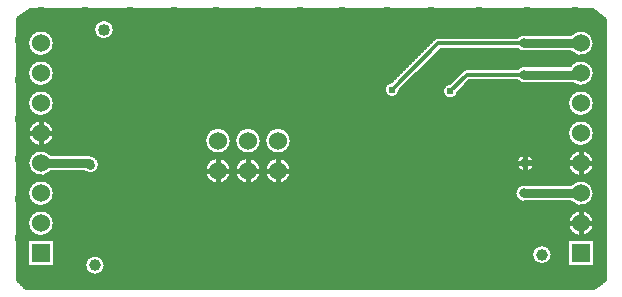
<source format=gbl>
%FSLAX25Y25*%
%MOIN*%
G70*
G01*
G75*
G04 Layer_Physical_Order=2*
G04 Layer_Color=16711680*
%ADD10C,0.00500*%
%ADD11R,0.04500X0.05000*%
%ADD12R,0.03500X0.03200*%
%ADD13R,0.00984X0.02165*%
%ADD14R,0.03200X0.03000*%
%ADD15R,0.03200X0.03500*%
%ADD16C,0.01500*%
%ADD17C,0.02000*%
%ADD18C,0.01000*%
%ADD19R,0.06000X0.06000*%
%ADD20C,0.06000*%
%ADD21C,0.03937*%
%ADD22C,0.04000*%
%ADD23C,0.02400*%
%ADD24C,0.03200*%
%ADD25C,0.01200*%
%ADD26C,0.03000*%
D10*
X294250Y184000D02*
G03*
X286760Y186750I-4250J0D01*
G01*
X286760Y181250D02*
G03*
X294250Y184000I3240J2750D01*
G01*
X287262Y170750D02*
G03*
X294250Y174000I2739J3250D01*
G01*
D02*
G03*
X286395Y176250I-4250J0D01*
G01*
X294250Y164000D02*
G03*
X294250Y164000I-4250J0D01*
G01*
Y154000D02*
G03*
X294250Y154000I-4250J0D01*
G01*
X271748Y186750D02*
G03*
X268832Y185850I-748J-2750D01*
G01*
Y182150D02*
G03*
X271748Y181250I2168J1850D01*
G01*
Y176250D02*
G03*
X268832Y175350I-748J-2750D01*
G01*
Y171650D02*
G03*
X271748Y170750I2168J1850D01*
G01*
X252000Y175350D02*
G03*
X250692Y174808I0J-1850D01*
G01*
X252000Y175350D02*
G03*
X250692Y174808I0J-1850D01*
G01*
X242500Y185850D02*
G03*
X241192Y185308I0J-1850D01*
G01*
X242500Y185850D02*
G03*
X241192Y185308I0J-1850D01*
G01*
X246328Y170444D02*
G03*
X248944Y167828I172J-2444D01*
G01*
X226828Y170944D02*
G03*
X229444Y168328I172J-2444D01*
G01*
X294250Y144000D02*
G03*
X294250Y144000I-4250J0D01*
G01*
X286760Y131250D02*
G03*
X294250Y134000I3240J2750D01*
G01*
D02*
G03*
X286760Y136750I-4250J0D01*
G01*
X294250Y124000D02*
G03*
X294250Y124000I-4250J0D01*
G01*
X280219Y113500D02*
G03*
X280219Y113500I-3218J0D01*
G01*
X274350Y144000D02*
G03*
X274350Y144000I-2850J0D01*
G01*
X271748Y136750D02*
G03*
X271748Y131250I-748J-2750D01*
G01*
X134250Y188500D02*
G03*
X134250Y188500I-3250J0D01*
G01*
X183250Y151500D02*
G03*
X183250Y151500I-4250J0D01*
G01*
X193250D02*
G03*
X193250Y151500I-4250J0D01*
G01*
X173250D02*
G03*
X173250Y151500I-4250J0D01*
G01*
X114250Y184000D02*
G03*
X114250Y184000I-4250J0D01*
G01*
Y174000D02*
G03*
X114250Y174000I-4250J0D01*
G01*
Y154000D02*
G03*
X114250Y154000I-4250J0D01*
G01*
X127912Y145974D02*
G03*
X125997Y146750I-1914J-1974D01*
G01*
X127912Y145974D02*
G03*
X125997Y146750I-1914J-1974D01*
G01*
X114250Y164000D02*
G03*
X114250Y164000I-4250J0D01*
G01*
X193250Y141500D02*
G03*
X193250Y141500I-4250J0D01*
G01*
X183250D02*
G03*
X183250Y141500I-4250J0D01*
G01*
X173250D02*
G03*
X173250Y141500I-4250J0D01*
G01*
X124748Y141250D02*
G03*
X129347Y143500I1749J2250D01*
G01*
D02*
G03*
X127912Y145974I-2850J0D01*
G01*
X113240Y146750D02*
G03*
X113240Y141250I-3240J-2750D01*
G01*
X114250Y134000D02*
G03*
X114250Y134000I-4250J0D01*
G01*
X131219Y110000D02*
G03*
X131219Y110000I-3218J0D01*
G01*
X114250Y124000D02*
G03*
X114250Y124000I-4250J0D01*
G01*
X293750Y186000D02*
X298500D01*
X294000Y195500D02*
X298500Y192000D01*
X294131Y185000D02*
X298500D01*
X293977Y185500D02*
X298500D01*
X292411Y187500D02*
X298500D01*
X291436Y188000D02*
X298500D01*
X293437Y186500D02*
X298500D01*
X293010Y187000D02*
X298500D01*
X294250Y184000D02*
X298500D01*
X294221Y184500D02*
X298500D01*
X293437Y181500D02*
X298500D01*
X293750Y182000D02*
X298500D01*
X292411Y180500D02*
X298500D01*
X293010Y181000D02*
X298500D01*
X291436Y180000D02*
X298500D01*
X293000Y187011D02*
Y195500D01*
X292500Y187437D02*
Y195500D01*
X294000Y185436D02*
Y195500D01*
X293500Y186411D02*
Y195500D01*
X291500Y187977D02*
Y195500D01*
X289500Y188221D02*
Y195500D01*
X292000Y187750D02*
Y195500D01*
X294221Y183500D02*
X298500D01*
X291000Y188131D02*
Y195500D01*
X293977Y182500D02*
X298500D01*
X294131Y183000D02*
X298500D01*
X290500Y188221D02*
Y195500D01*
X290000Y188250D02*
Y195500D01*
X289000Y188131D02*
Y195500D01*
X293977Y175500D02*
X298500D01*
X293750Y176000D02*
X298500D01*
X294221Y174500D02*
X298500D01*
X294131Y175000D02*
X298500D01*
X292411Y177500D02*
X298500D01*
X291436Y178000D02*
X298500D01*
X293437Y176500D02*
X298500D01*
X293010Y177000D02*
X298500D01*
X294221Y173500D02*
X298500D01*
X294250Y174000D02*
X298500D01*
X293977Y172500D02*
X298500D01*
X294131Y173000D02*
X298500D01*
X293437Y171500D02*
X298500D01*
X293750Y172000D02*
X298500D01*
X293010Y171000D02*
X298500D01*
X293000Y177011D02*
Y180990D01*
X292500Y177437D02*
Y180563D01*
X294000Y175436D02*
Y182564D01*
X293500Y176411D02*
Y181589D01*
X291500Y177977D02*
Y180024D01*
X289000Y178131D02*
Y179869D01*
X292000Y177750D02*
Y180250D01*
X293000Y167010D02*
Y170990D01*
X291000Y178131D02*
Y179869D01*
X294000Y165436D02*
Y172564D01*
X293500Y166411D02*
Y171589D01*
X290500Y178220D02*
Y179780D01*
X290000Y178250D02*
Y179750D01*
X289500Y178220D02*
Y179780D01*
X288500Y187977D02*
Y195500D01*
X288000Y187750D02*
Y195500D01*
X287500Y187437D02*
Y195500D01*
X287000Y187010D02*
Y195500D01*
X271748Y186750D02*
X286760D01*
X286000D02*
Y195500D01*
X286500Y186750D02*
Y195500D01*
X242116Y181000D02*
X286990D01*
X271748Y181250D02*
X286760D01*
X241616Y180500D02*
X287589D01*
X240616Y179500D02*
X298500D01*
X241116Y180000D02*
X288564D01*
X240116Y179000D02*
X298500D01*
X281000Y186750D02*
Y195500D01*
X280500Y186750D02*
Y195500D01*
X282000Y186750D02*
Y195500D01*
X281500Y186750D02*
Y195500D01*
X279500Y186750D02*
Y195500D01*
X279000Y186750D02*
Y195500D01*
X280000Y186750D02*
Y195500D01*
X284500Y186750D02*
Y195500D01*
X284000Y186750D02*
Y195500D01*
X285500Y186750D02*
Y195500D01*
X285000Y186750D02*
Y195500D01*
X283000Y186750D02*
Y195500D01*
X282500Y186750D02*
Y195500D01*
X283500Y186750D02*
Y195500D01*
X288500Y177977D02*
Y180024D01*
X288000Y177750D02*
Y180250D01*
X287500Y177437D02*
Y180563D01*
X287000Y177010D02*
Y180990D01*
X239616Y178500D02*
X298500D01*
X286500Y176411D02*
Y181250D01*
X286000Y176250D02*
Y181250D01*
X285500Y176250D02*
Y181250D01*
X239116Y178000D02*
X288564D01*
X271748Y176250D02*
X286395D01*
X238616Y177500D02*
X287589D01*
X238116Y177000D02*
X286990D01*
X237616Y176500D02*
X286563D01*
X280500Y176250D02*
Y181250D01*
X280000Y176250D02*
Y181250D01*
X281500Y176250D02*
Y181250D01*
X281000Y176250D02*
Y181250D01*
X279000Y176250D02*
Y181250D01*
X278500Y176250D02*
Y181250D01*
X279500Y176250D02*
Y181250D01*
X284000Y176250D02*
Y181250D01*
X283500Y176250D02*
Y181250D01*
X285000Y176250D02*
Y181250D01*
X284500Y176250D02*
Y181250D01*
X282500Y176250D02*
Y181250D01*
X282000Y176250D02*
Y181250D01*
X283000Y176250D02*
Y181250D01*
X293437Y166500D02*
X298500D01*
X293010Y167000D02*
X298500D01*
X293977Y165500D02*
X298500D01*
X293750Y166000D02*
X298500D01*
X291436Y170000D02*
X298500D01*
X292411Y170500D02*
X298500D01*
X292411Y167500D02*
X298500D01*
X291436Y168000D02*
X298500D01*
X294221Y164500D02*
X298500D01*
X294131Y165000D02*
X298500D01*
X294221Y163500D02*
X298500D01*
X294250Y164000D02*
X298500D01*
X292411Y160500D02*
X298500D01*
X293010Y161000D02*
X298500D01*
X291436Y158000D02*
X298500D01*
X292500Y167437D02*
Y170563D01*
X292000Y167750D02*
Y170250D01*
X293977Y162500D02*
X298500D01*
X294131Y163000D02*
X298500D01*
X291000Y168131D02*
Y169869D01*
X290500Y168220D02*
Y169780D01*
X291500Y167976D02*
Y170024D01*
X293437Y161500D02*
X298500D01*
X293750Y162000D02*
X298500D01*
X292000Y157750D02*
Y160250D01*
X291500Y157976D02*
Y160023D01*
X291436Y160000D02*
X298500D01*
X290500Y158221D02*
Y159780D01*
X291000Y158131D02*
Y159869D01*
X294131Y155000D02*
X298500D01*
X293977Y155500D02*
X298500D01*
X294250Y154000D02*
X298500D01*
X294221Y154500D02*
X298500D01*
X293010Y157000D02*
X298500D01*
X292411Y157500D02*
X298500D01*
X293750Y156000D02*
X298500D01*
X293437Y156500D02*
X298500D01*
X294131Y153000D02*
X298500D01*
X294221Y153500D02*
X298500D01*
X293750Y152000D02*
X298500D01*
X293977Y152500D02*
X298500D01*
X291436Y148000D02*
X298500D01*
X293437Y151500D02*
X298500D01*
X292411Y147500D02*
X298500D01*
X293500Y156411D02*
Y161589D01*
X293000Y157010D02*
Y160989D01*
X293010Y151000D02*
X298500D01*
X294000Y155436D02*
Y162564D01*
X292500Y147437D02*
Y150563D01*
Y157437D02*
Y160563D01*
X293000Y147011D02*
Y150989D01*
X292411Y150500D02*
X298500D01*
X292000Y147750D02*
Y150250D01*
X293437Y146500D02*
X298500D01*
X293010Y147000D02*
X298500D01*
X291436Y150000D02*
X298500D01*
X291000Y148131D02*
Y149869D01*
X291500Y147977D02*
Y150023D01*
X290000Y168250D02*
Y169750D01*
X289500Y168220D02*
Y169780D01*
X289000Y168131D02*
Y169869D01*
X288500Y167976D02*
Y170024D01*
X250616Y169500D02*
X298500D01*
X251116Y170000D02*
X288564D01*
X250116Y169000D02*
X298500D01*
X288000Y167750D02*
Y170250D01*
X290000Y158250D02*
Y159750D01*
X289500Y158221D02*
Y159780D01*
X289000Y158131D02*
Y159869D01*
X288500Y157976D02*
Y160024D01*
X249616Y168500D02*
X298500D01*
X249116Y168000D02*
X288564D01*
X287500Y167437D02*
Y170563D01*
X287000Y167010D02*
Y170750D01*
X286500Y166411D02*
Y170750D01*
X286000Y165436D02*
Y170750D01*
X251616Y170500D02*
X287589D01*
X271748Y170750D02*
X287262D01*
X248898Y167500D02*
X287589D01*
X288000Y157750D02*
Y160250D01*
X287500Y157437D02*
Y160563D01*
X287000Y157010D02*
Y160990D01*
X286500Y156411D02*
Y161589D01*
X248737Y167000D02*
X286990D01*
X248437Y166500D02*
X286563D01*
X247915Y166000D02*
X286250D01*
X289500Y148221D02*
Y149779D01*
X289000Y148131D02*
Y149869D01*
X288500Y147977D02*
Y150024D01*
X288000Y147750D02*
Y150250D01*
X192976Y150000D02*
X288564D01*
X193131Y150500D02*
X287589D01*
X192437Y149000D02*
X298500D01*
X192750Y149500D02*
X298500D01*
X290500Y148221D02*
Y149779D01*
X290000Y148250D02*
Y149750D01*
X192010Y148500D02*
X298500D01*
X191411Y148000D02*
X288564D01*
X190436Y147500D02*
X287589D01*
X286000Y155436D02*
Y162564D01*
X192437Y154000D02*
X285750D01*
X192976Y153000D02*
X285869D01*
X192750Y153500D02*
X285780D01*
X190436Y155500D02*
X286024D01*
X191411Y155000D02*
X285869D01*
X192010Y154500D02*
X285780D01*
X287500Y147437D02*
Y150563D01*
X193250Y151500D02*
X286563D01*
X287000Y147010D02*
Y150990D01*
X272868Y146500D02*
X286563D01*
X193220Y152000D02*
X286250D01*
X193131Y152500D02*
X286024D01*
X193220Y151000D02*
X286990D01*
X277500Y186750D02*
Y195500D01*
X277000Y186750D02*
Y195500D01*
X278500Y186750D02*
Y195500D01*
X278000Y186750D02*
Y195500D01*
X275500Y186750D02*
Y195500D01*
X275000Y186750D02*
Y195500D01*
X276500Y186750D02*
Y195500D01*
X276000Y186750D02*
Y195500D01*
X273500Y186750D02*
Y195500D01*
X273000Y186750D02*
Y195500D01*
X274500Y186750D02*
Y195500D01*
X274000Y186750D02*
Y195500D01*
X272500Y186750D02*
Y195500D01*
X272000Y186750D02*
Y195500D01*
X267000Y185850D02*
Y195500D01*
X266500Y185850D02*
Y195500D01*
X268000Y185850D02*
Y195500D01*
X267500Y185850D02*
Y195500D01*
X265500Y185850D02*
Y195500D01*
X265000Y185850D02*
Y195500D01*
X266000Y185850D02*
Y195500D01*
X271500Y186806D02*
Y195500D01*
X271000Y186850D02*
Y195500D01*
X270500Y186806D02*
Y195500D01*
X270000Y186669D02*
Y195500D01*
X269500Y186423D02*
Y195500D01*
X269000Y186030D02*
Y195500D01*
X268500Y185850D02*
Y195500D01*
X260000Y185850D02*
Y195500D01*
X259500Y185850D02*
Y195500D01*
X261000Y185850D02*
Y195500D01*
X260500Y185850D02*
Y195500D01*
X258000Y185850D02*
Y195500D01*
X257500Y185850D02*
Y195500D01*
X259000Y185850D02*
Y195500D01*
X258500Y185850D02*
Y195500D01*
X263500Y185850D02*
Y195500D01*
X263000Y185850D02*
Y195500D01*
X264500Y185850D02*
Y195500D01*
X264000Y185850D02*
Y195500D01*
X262000Y185850D02*
Y195500D01*
X261500Y185850D02*
Y195500D01*
X262500Y185850D02*
Y195500D01*
X252500Y185850D02*
Y195500D01*
X252000Y185850D02*
Y195500D01*
X253500Y185850D02*
Y195500D01*
X253000Y185850D02*
Y195500D01*
X251000Y185850D02*
Y195500D01*
X250500Y185850D02*
Y195500D01*
X251500Y185850D02*
Y195500D01*
X256000Y185850D02*
Y195500D01*
X255500Y185850D02*
Y195500D01*
X257000Y185850D02*
Y195500D01*
X256500Y185850D02*
Y195500D01*
X254500Y185850D02*
Y195500D01*
X254000Y185850D02*
Y195500D01*
X255000Y185850D02*
Y195500D01*
X245500Y185850D02*
Y195500D01*
X245000Y185850D02*
Y195500D01*
X246500Y185850D02*
Y195500D01*
X246000Y185850D02*
Y195500D01*
X243500Y185850D02*
Y195500D01*
X243000Y185850D02*
Y195500D01*
X244500Y185850D02*
Y195500D01*
X244000Y185850D02*
Y195500D01*
X249000Y185850D02*
Y195500D01*
X248500Y185850D02*
Y195500D01*
X250000Y185850D02*
Y195500D01*
X249500Y185850D02*
Y195500D01*
X247500Y185850D02*
Y195500D01*
X247000Y185850D02*
Y195500D01*
X248000Y185850D02*
Y195500D01*
X239000Y183116D02*
Y195500D01*
X238500Y182616D02*
Y195500D01*
X238000Y182116D02*
Y195500D01*
X237500Y181616D02*
Y195500D01*
X237000Y181116D02*
Y195500D01*
X236500Y180616D02*
Y195500D01*
X236000Y180116D02*
Y195500D01*
X242500Y185850D02*
Y195500D01*
X242000Y185781D02*
Y195500D01*
X241500Y185556D02*
Y195500D01*
X241000Y185116D02*
Y195500D01*
X240500Y184616D02*
Y195500D01*
X240000Y184116D02*
Y195500D01*
X239500Y183616D02*
Y195500D01*
X232000Y176116D02*
Y195500D01*
X231500Y175616D02*
Y195500D01*
X231000Y175116D02*
Y195500D01*
X230500Y174616D02*
Y195500D01*
X230000Y174116D02*
Y195500D01*
X229500Y173616D02*
Y195500D01*
X229000Y173116D02*
Y195500D01*
X235500Y179616D02*
Y195500D01*
X235000Y179116D02*
Y195500D01*
X234500Y178616D02*
Y195500D01*
X234000Y178116D02*
Y195500D01*
X233500Y177616D02*
Y195500D01*
X233000Y177116D02*
Y195500D01*
X232500Y176616D02*
Y195500D01*
X225000Y169915D02*
Y195500D01*
X192000Y154510D02*
Y195500D01*
X193000Y152936D02*
Y195500D01*
X192500Y153911D02*
Y195500D01*
X191000Y155250D02*
Y195500D01*
X190500Y155476D02*
Y195500D01*
X191500Y154937D02*
Y195500D01*
X228500Y172616D02*
Y195500D01*
X228000Y172116D02*
Y195500D01*
X227500Y171616D02*
Y195500D01*
X227000Y171116D02*
Y195500D01*
X226500Y170898D02*
Y195500D01*
X226000Y170737D02*
Y195500D01*
X225500Y170437D02*
Y195500D01*
X277000Y176250D02*
Y181250D01*
X276500Y176250D02*
Y181250D01*
X278000Y176250D02*
Y181250D01*
X277500Y176250D02*
Y181250D01*
X275000Y176250D02*
Y181250D01*
X276000Y176250D02*
Y181250D01*
X275500Y176250D02*
Y181250D01*
X273500Y176250D02*
Y181250D01*
X273000Y176250D02*
Y181250D01*
X274500Y176250D02*
Y181250D01*
X274000Y176250D02*
Y181250D01*
X272500Y176250D02*
Y181250D01*
X272000Y176250D02*
Y181250D01*
X267500Y175350D02*
Y182150D01*
X267000Y175350D02*
Y182150D01*
X268500Y175350D02*
Y182150D01*
X268000Y175350D02*
Y182150D01*
X258000Y175350D02*
Y182150D01*
X257500Y175350D02*
Y182150D01*
X266500Y175350D02*
Y182150D01*
X271500Y176306D02*
Y181194D01*
X271000Y176350D02*
Y181150D01*
X270500Y176306D02*
Y181194D01*
X270000Y176169D02*
Y181331D01*
X269500Y175923D02*
Y181577D01*
X269000Y175530D02*
Y181970D01*
X258500Y175350D02*
Y182150D01*
X265000Y175350D02*
Y182150D01*
X264500Y175350D02*
Y182150D01*
X266000Y175350D02*
Y182150D01*
X265500Y175350D02*
Y182150D01*
X263000Y175350D02*
Y182150D01*
X262500Y175350D02*
Y182150D01*
X264000Y175350D02*
Y182150D01*
X263500Y175350D02*
Y182150D01*
X272000Y146806D02*
Y170750D01*
X271500Y146850D02*
Y170694D01*
X272500Y146669D02*
Y170750D01*
X271000Y146806D02*
Y170650D01*
X270500Y146669D02*
Y170694D01*
X270000Y146423D02*
Y170831D01*
X256000Y175350D02*
Y182150D01*
X255500Y175350D02*
Y182150D01*
X257000Y175350D02*
Y182150D01*
X256500Y175350D02*
Y182150D01*
X254500Y175350D02*
Y182150D01*
X254000Y175350D02*
Y182150D01*
X255000Y175350D02*
Y182150D01*
X261000Y175350D02*
Y182150D01*
X260500Y175350D02*
Y182150D01*
X262000Y175350D02*
Y182150D01*
X261500Y175350D02*
Y182150D01*
X259500Y175350D02*
Y182150D01*
X259000Y175350D02*
Y182150D01*
X260000Y175350D02*
Y182150D01*
X252500Y175350D02*
Y182150D01*
X252000Y175350D02*
Y182150D01*
X253500Y175350D02*
Y182150D01*
X253000Y175350D02*
Y182150D01*
X243266D02*
X268832D01*
X242500Y185850D02*
X268832D01*
X251500Y175281D02*
Y182150D01*
X251000Y175056D02*
Y182150D01*
X243116Y182000D02*
X268970D01*
X252000Y175350D02*
X268832D01*
X237116Y176000D02*
X269632D01*
X242616Y181500D02*
X269632D01*
X236616Y175500D02*
X268970D01*
X250500Y174616D02*
Y182150D01*
X250000Y174116D02*
Y182150D01*
X249500Y173616D02*
Y182150D01*
X249000Y173116D02*
Y182150D01*
X248000Y172116D02*
Y182150D01*
X236116Y175000D02*
X250917D01*
X235616Y174500D02*
X250384D01*
X235116Y174000D02*
X249884D01*
X248500Y172616D02*
Y182150D01*
X234616Y173500D02*
X249384D01*
X234116Y173000D02*
X248884D01*
X233616Y172500D02*
X248384D01*
X247500Y171616D02*
Y182150D01*
X247000Y171116D02*
Y182150D01*
X248944Y167828D02*
X252766Y171650D01*
X246500Y170616D02*
Y182150D01*
X246328Y170444D02*
X250692Y174808D01*
X233116Y172000D02*
X247884D01*
X246000Y170398D02*
Y182150D01*
X252616Y171500D02*
X268970D01*
X252766Y171650D02*
X268832D01*
X252116Y171000D02*
X269632D01*
X232616Y171500D02*
X247384D01*
X232116Y171000D02*
X246884D01*
X231616Y170500D02*
X246384D01*
X245500Y170237D02*
Y182150D01*
X231116Y170000D02*
X245085D01*
X245000Y169937D02*
Y182150D01*
X244500Y169415D02*
Y182150D01*
X229444Y168328D02*
X243266Y182150D01*
X226828Y170944D02*
X241192Y185308D01*
X230616Y169500D02*
X244563D01*
X230116Y169000D02*
X244263D01*
X229616Y168500D02*
X244102D01*
X229398Y168000D02*
X244050D01*
X228937Y167000D02*
X244263D01*
X229237Y167500D02*
X244102D01*
X228415Y166500D02*
X244563D01*
X294221Y144500D02*
X298500D01*
X294131Y145000D02*
X298500D01*
X294221Y143500D02*
X298500D01*
X294250Y144000D02*
X298500D01*
X293977Y145500D02*
X298500D01*
X293750Y146000D02*
X298500D01*
X293977Y142500D02*
X298500D01*
X294131Y143000D02*
X298500D01*
X293437Y141500D02*
X298500D01*
X293750Y142000D02*
X298500D01*
X292411Y137500D02*
X298500D01*
X293010Y141000D02*
X298500D01*
X291436Y140000D02*
X298500D01*
X292411Y140500D02*
X298500D01*
X291436Y138000D02*
X298500D01*
X294000Y145436D02*
Y152564D01*
X293500Y146411D02*
Y151589D01*
X292000Y137750D02*
Y140250D01*
X288000Y137750D02*
Y140250D01*
X290500Y138221D02*
Y139779D01*
X290000Y138250D02*
Y139750D01*
X291500Y137977D02*
Y140024D01*
X291000Y138131D02*
Y139869D01*
X289500Y138221D02*
Y139779D01*
X289000Y138131D02*
Y139869D01*
X288500Y137977D02*
Y140024D01*
X298500Y105000D02*
Y192000D01*
X294131Y135000D02*
X298500D01*
X298000Y104625D02*
Y192389D01*
X297500Y104250D02*
Y192778D01*
X293437Y136500D02*
X298500D01*
X293010Y137000D02*
X298500D01*
X293977Y135500D02*
X298500D01*
X293750Y136000D02*
X298500D01*
X294250Y134000D02*
X298500D01*
X294221Y134500D02*
X298500D01*
X294131Y133000D02*
X298500D01*
X294221Y133500D02*
X298500D01*
X293750Y132000D02*
X298500D01*
X293977Y132500D02*
X298500D01*
X293437Y131500D02*
X298500D01*
X297000Y103875D02*
Y193167D01*
X296500Y103500D02*
Y193556D01*
X296000Y103125D02*
Y193944D01*
X295500Y102750D02*
Y194333D01*
X295000Y102375D02*
Y194722D01*
X294000Y135436D02*
Y142564D01*
X294500Y102000D02*
Y195111D01*
X293500Y136411D02*
Y141589D01*
X293000Y137011D02*
Y140989D01*
X294000Y125436D02*
Y132564D01*
X293500Y126411D02*
Y131589D01*
X292500Y137437D02*
Y140563D01*
X287500Y137437D02*
Y140563D01*
X287000Y137010D02*
Y140990D01*
X286500Y146411D02*
Y151589D01*
Y136750D02*
Y141589D01*
X273530Y142000D02*
X286250D01*
X273530Y146000D02*
X286250D01*
X193220Y141000D02*
X286990D01*
X272868Y141500D02*
X286563D01*
X192976Y140000D02*
X288564D01*
X193131Y140500D02*
X287589D01*
X192437Y139000D02*
X298500D01*
X192750Y139500D02*
X298500D01*
X192010Y138500D02*
X298500D01*
X191411Y138000D02*
X288564D01*
X190436Y137500D02*
X287589D01*
X286000Y145436D02*
Y152564D01*
X284000Y136750D02*
Y170750D01*
X283500Y136750D02*
Y170750D01*
X283000Y136750D02*
Y170750D01*
X273923Y145500D02*
X286024D01*
X282000Y136750D02*
Y170750D01*
X282500Y136750D02*
Y170750D01*
X274306Y144500D02*
X285780D01*
X274350Y144000D02*
X285750D01*
X286000Y136750D02*
Y142564D01*
X274306Y143500D02*
X285780D01*
X274169Y143000D02*
X285869D01*
X274169Y145000D02*
X285869D01*
X273923Y142500D02*
X286024D01*
X286500Y126411D02*
Y131250D01*
X286000Y125436D02*
Y131250D01*
X271748Y136750D02*
X286760D01*
X284500D02*
Y170750D01*
X285500Y136750D02*
Y170750D01*
X285000Y136750D02*
Y170750D01*
X284500Y102000D02*
Y131250D01*
X284000Y102000D02*
Y131250D01*
X285500Y102000D02*
Y131250D01*
X285000Y102000D02*
Y131250D01*
X271748D02*
X286760D01*
X283000Y102000D02*
Y131250D01*
X283500Y102000D02*
Y131250D01*
X280500Y136750D02*
Y170750D01*
X280000Y136750D02*
Y170750D01*
X281500Y136750D02*
Y170750D01*
X281000Y136750D02*
Y170750D01*
X279000Y136750D02*
Y170750D01*
X278500Y136750D02*
Y170750D01*
X279500Y136750D02*
Y170750D01*
X280000Y114666D02*
Y131250D01*
X279500Y115527D02*
Y131250D01*
X282000Y102000D02*
Y131250D01*
X281500Y102000D02*
Y131250D01*
X278500Y116348D02*
Y131250D01*
X278000Y116559D02*
Y131250D01*
X279000Y116022D02*
Y131250D01*
X293010Y127000D02*
X298500D01*
X293010Y131000D02*
X298500D01*
X293750Y126000D02*
X298500D01*
X293437Y126500D02*
X298500D01*
X291436Y130000D02*
X298500D01*
X292411Y130500D02*
X298500D01*
X292411Y127500D02*
X298500D01*
X291436Y128000D02*
X298500D01*
X294131Y125000D02*
X298500D01*
X293977Y125500D02*
X298500D01*
X294250Y124000D02*
X298500D01*
X294221Y124500D02*
X298500D01*
X293010Y121000D02*
X298500D01*
X293437Y121500D02*
X298500D01*
X291436Y120000D02*
X298500D01*
X293000Y127011D02*
Y130990D01*
X292500Y127437D02*
Y130563D01*
X294131Y123000D02*
X298500D01*
X294221Y123500D02*
X298500D01*
X291500Y127977D02*
Y130024D01*
X291000Y128131D02*
Y129869D01*
X292000Y127750D02*
Y130250D01*
X293750Y122000D02*
X298500D01*
X293977Y122500D02*
X298500D01*
X294000Y118250D02*
Y122564D01*
X292500Y118250D02*
Y120563D01*
X292411Y120500D02*
X298500D01*
X292000Y118250D02*
Y120250D01*
X291000Y118250D02*
Y119869D01*
X294250Y115500D02*
X298500D01*
X294250Y116000D02*
X298500D01*
X294250Y114500D02*
X298500D01*
X294250Y115000D02*
X298500D01*
X294250Y117500D02*
X298500D01*
X294250Y118000D02*
X298500D01*
X294250Y116500D02*
X298500D01*
X294250Y117000D02*
X298500D01*
X294250Y112000D02*
X298500D01*
X294250Y112500D02*
X298500D01*
X294500Y102000D02*
X298500Y105000D01*
X294250Y110000D02*
X298500D01*
X294250Y113500D02*
X298500D01*
X294250Y114000D02*
X298500D01*
X294250Y113000D02*
X298500D01*
X294250Y111000D02*
X298500D01*
X294250Y111500D02*
X298500D01*
X294250Y110500D02*
X298500D01*
X294250Y109750D02*
Y118250D01*
X293000D02*
Y120990D01*
X291500Y118250D02*
Y120024D01*
X293500Y118250D02*
Y121589D01*
X293000Y102000D02*
Y109750D01*
X292500Y102000D02*
Y109750D01*
X294000Y102000D02*
Y109750D01*
X293500Y102000D02*
Y109750D01*
X291500Y102000D02*
Y109750D01*
X291000Y102000D02*
Y109750D01*
X292000Y102000D02*
Y109750D01*
X290500Y128220D02*
Y129780D01*
X290000Y128250D02*
Y129750D01*
X289500Y128220D02*
Y129780D01*
X289000Y128131D02*
Y129869D01*
X288500Y127977D02*
Y130024D01*
X290500Y118250D02*
Y119780D01*
X290000Y118250D02*
Y119750D01*
X289500Y118250D02*
Y119780D01*
X285750Y118250D02*
X294250D01*
X289000D02*
Y119869D01*
X288000Y127750D02*
Y130250D01*
X287500Y127437D02*
Y130563D01*
Y118250D02*
Y120563D01*
X287000Y127010D02*
Y130990D01*
X286500Y118250D02*
Y121589D01*
X286000Y118250D02*
Y122564D01*
X287000Y118250D02*
Y120990D01*
X288500Y118250D02*
Y120024D01*
X288000Y118250D02*
Y120250D01*
X280059Y114500D02*
X285750D01*
X279848Y115000D02*
X285750D01*
X279027Y116000D02*
X285750D01*
X278166Y116500D02*
X285750D01*
X279522Y115500D02*
X285750D01*
X289000Y102000D02*
Y109750D01*
X285750D02*
Y118250D01*
X290000Y102000D02*
Y109750D01*
X289500Y102000D02*
Y109750D01*
X279522Y111500D02*
X285750D01*
X279848Y112000D02*
X285750D01*
Y109750D02*
X294250D01*
X288000Y102000D02*
Y109750D01*
X287500Y102000D02*
Y109750D01*
X290500Y102000D02*
Y109750D01*
X288500Y102000D02*
Y109750D01*
X286500Y102000D02*
Y109750D01*
X286000Y102000D02*
Y109750D01*
X287000Y102000D02*
Y109750D01*
X280219Y113500D02*
X285750D01*
X280500Y102000D02*
Y131250D01*
X282500Y102000D02*
Y131250D01*
X281000Y102000D02*
Y131250D01*
X280179Y113000D02*
X285750D01*
X280179Y114000D02*
X285750D01*
X279027Y111000D02*
X285750D01*
X280059Y112500D02*
X285750D01*
X280000Y102000D02*
Y112334D01*
X279500Y102000D02*
Y111473D01*
X278166Y110500D02*
X285750D01*
X278500Y102000D02*
Y110652D01*
X279000Y102000D02*
Y110978D01*
X262500Y102000D02*
Y171650D01*
X262000Y102000D02*
Y171650D01*
X264500Y102000D02*
Y171650D01*
X264000Y102000D02*
Y171650D01*
X260500Y102000D02*
Y171650D01*
X260000Y102000D02*
Y171650D01*
X261500Y102000D02*
Y171650D01*
X261000Y102000D02*
Y171650D01*
X268500Y135368D02*
Y171650D01*
X268000Y102000D02*
Y171650D01*
X267500Y102000D02*
Y171650D01*
X267000Y102000D02*
Y171650D01*
X266000Y102000D02*
Y171650D01*
X265500Y102000D02*
Y171650D01*
X266500Y102000D02*
Y171650D01*
X255000Y102000D02*
Y171650D01*
X254500Y102000D02*
Y171650D01*
X256000Y102000D02*
Y171650D01*
X255500Y102000D02*
Y171650D01*
X253500Y102000D02*
Y171650D01*
X253000Y102000D02*
Y171650D01*
X254000Y102000D02*
Y171650D01*
X258500Y102000D02*
Y171650D01*
X258000Y102000D02*
Y171650D01*
X259500Y102000D02*
Y171650D01*
X259000Y102000D02*
Y171650D01*
X257000Y102000D02*
Y171650D01*
X256500Y102000D02*
Y171650D01*
X257500Y102000D02*
Y171650D01*
X243000Y102000D02*
Y181884D01*
X242500Y102000D02*
Y181384D01*
X244000Y102000D02*
Y182150D01*
X243500Y102000D02*
Y182150D01*
X241000Y102000D02*
Y179884D01*
X240500Y102000D02*
Y179384D01*
X242000Y102000D02*
Y180884D01*
X241500Y102000D02*
Y180384D01*
X239000Y102000D02*
Y177884D01*
X238500Y102000D02*
Y177384D01*
X240000Y102000D02*
Y178884D01*
X239500Y102000D02*
Y178384D01*
X237500Y102000D02*
Y176384D01*
X237000Y102000D02*
Y175884D01*
X238000Y102000D02*
Y176884D01*
X224000Y102000D02*
Y195500D01*
X223500Y102000D02*
Y195500D01*
X236500Y102000D02*
Y175384D01*
X224500Y102000D02*
Y195500D01*
X222500Y102000D02*
Y195500D01*
X222000Y102000D02*
Y195500D01*
X223000Y102000D02*
Y195500D01*
X235000Y102000D02*
Y173884D01*
X234500Y102000D02*
Y173384D01*
X236000Y102000D02*
Y174884D01*
X235500Y102000D02*
Y174384D01*
X233500Y102000D02*
Y172384D01*
X233000Y102000D02*
Y171884D01*
X234000Y102000D02*
Y172884D01*
X203000Y102000D02*
Y195500D01*
X202500Y102000D02*
Y195500D01*
X204000Y102000D02*
Y195500D01*
X203500Y102000D02*
Y195500D01*
X201000Y102000D02*
Y195500D01*
X200500Y102000D02*
Y195500D01*
X202000Y102000D02*
Y195500D01*
X201500Y102000D02*
Y195500D01*
X206500Y102000D02*
Y195500D01*
X206000Y102000D02*
Y195500D01*
X207500Y102000D02*
Y195500D01*
X207000Y102000D02*
Y195500D01*
X205000Y102000D02*
Y195500D01*
X204500Y102000D02*
Y195500D01*
X205500Y102000D02*
Y195500D01*
X195500Y102000D02*
Y195500D01*
X195000Y102000D02*
Y195500D01*
X196500Y102000D02*
Y195500D01*
X196000Y102000D02*
Y195500D01*
X194000Y102000D02*
Y195500D01*
X193500Y102000D02*
Y195500D01*
X194500Y102000D02*
Y195500D01*
X199000Y102000D02*
Y195500D01*
X198500Y102000D02*
Y195500D01*
X200000Y102000D02*
Y195500D01*
X199500Y102000D02*
Y195500D01*
X197500Y102000D02*
Y195500D01*
X197000Y102000D02*
Y195500D01*
X198000Y102000D02*
Y195500D01*
X217000Y102000D02*
Y195500D01*
X216500Y102000D02*
Y195500D01*
X218000Y102000D02*
Y195500D01*
X217500Y102000D02*
Y195500D01*
X215500Y102000D02*
Y195500D01*
X215000Y102000D02*
Y195500D01*
X216000Y102000D02*
Y195500D01*
X220500Y102000D02*
Y195500D01*
X220000Y102000D02*
Y195500D01*
X221500Y102000D02*
Y195500D01*
X221000Y102000D02*
Y195500D01*
X219000Y102000D02*
Y195500D01*
X218500Y102000D02*
Y195500D01*
X219500Y102000D02*
Y195500D01*
X210000Y102000D02*
Y195500D01*
X209500Y102000D02*
Y195500D01*
X211000Y102000D02*
Y195500D01*
X210500Y102000D02*
Y195500D01*
X208500Y102000D02*
Y195500D01*
X208000Y102000D02*
Y195500D01*
X209000Y102000D02*
Y195500D01*
X213500Y102000D02*
Y195500D01*
X213000Y102000D02*
Y195500D01*
X214500Y102000D02*
Y195500D01*
X214000Y102000D02*
Y195500D01*
X212000Y102000D02*
Y195500D01*
X211500Y102000D02*
Y195500D01*
X212500Y102000D02*
Y195500D01*
X276500Y136750D02*
Y170750D01*
X276000Y136750D02*
Y170750D01*
X278000Y136750D02*
Y170750D01*
X277000Y136750D02*
Y170750D01*
X274500Y136750D02*
Y170750D01*
X273500Y146030D02*
Y170750D01*
X275500Y136750D02*
Y170750D01*
X275000Y136750D02*
Y170750D01*
X277500Y136750D02*
Y170750D01*
X274000Y145368D02*
Y170750D01*
Y136750D02*
Y142632D01*
X273500Y136750D02*
Y141970D01*
X273000Y146423D02*
Y170750D01*
X269500Y146030D02*
Y171077D01*
Y136423D02*
Y141970D01*
X269000Y145368D02*
Y171470D01*
Y136030D02*
Y142632D01*
X272000Y136750D02*
Y141194D01*
X271500Y136806D02*
Y141150D01*
X273000Y136750D02*
Y141577D01*
X272500Y136750D02*
Y141331D01*
X271000Y136850D02*
Y141194D01*
X270500Y136806D02*
Y141331D01*
X270000Y136669D02*
Y141577D01*
X277500Y116679D02*
Y131250D01*
X277000Y116718D02*
Y131250D01*
X276500Y116679D02*
Y131250D01*
X276000Y116559D02*
Y131250D01*
X275500Y116348D02*
Y131250D01*
X275000Y116022D02*
Y131250D01*
X274500Y102000D02*
Y111473D01*
Y115527D02*
Y131250D01*
X277000Y102000D02*
Y110282D01*
X276500Y102000D02*
Y110321D01*
X278000Y102000D02*
Y110441D01*
X277500Y102000D02*
Y110321D01*
X275500Y102000D02*
Y110652D01*
X275000Y102000D02*
Y110978D01*
X276000Y102000D02*
Y110441D01*
X270000Y102000D02*
Y131331D01*
X269500Y102000D02*
Y131577D01*
X273000Y102000D02*
Y131250D01*
X272500Y102000D02*
Y131250D01*
X268500Y102000D02*
Y132632D01*
X269000Y102000D02*
Y131970D01*
X274000Y102000D02*
Y112334D01*
Y114666D02*
Y131250D01*
X273500Y102000D02*
Y131250D01*
X272000Y102000D02*
Y131250D01*
X271000Y102000D02*
Y131150D01*
X270500Y102000D02*
Y131194D01*
X271500Y102000D02*
Y131194D01*
X251500Y102000D02*
Y170384D01*
X249000Y102000D02*
Y167884D01*
X263500Y102000D02*
Y171650D01*
X263000Y102000D02*
Y171650D01*
X190436Y145500D02*
X269077D01*
X191411Y145000D02*
X268831D01*
X248500Y102000D02*
Y166585D01*
X248000Y102000D02*
Y166063D01*
X193131Y142500D02*
X269077D01*
X192976Y143000D02*
X268831D01*
X193250Y141500D02*
X270132D01*
X193220Y142000D02*
X269470D01*
X192010Y144500D02*
X268694D01*
X192437Y144000D02*
X268650D01*
X192750Y143500D02*
X268694D01*
X246000Y102000D02*
Y165602D01*
X245500Y102000D02*
Y165763D01*
X247500Y102000D02*
Y165763D01*
X247000Y102000D02*
Y165602D01*
X244500Y102000D02*
Y166585D01*
X232500Y102000D02*
Y171384D01*
X245000Y102000D02*
Y166063D01*
X192500Y143911D02*
Y149089D01*
X192000Y144510D02*
Y148490D01*
X246500Y102000D02*
Y165550D01*
X193000Y142936D02*
Y150064D01*
X191000Y145250D02*
Y147750D01*
X190500Y145476D02*
Y147523D01*
X191500Y144937D02*
Y148063D01*
X252000Y102000D02*
Y170884D01*
X251000Y102000D02*
Y169884D01*
X265000Y102000D02*
Y171650D01*
X252500Y102000D02*
Y171384D01*
X231500Y102000D02*
Y170384D01*
X231000Y102000D02*
Y169884D01*
X232000Y102000D02*
Y170884D01*
X249500Y102000D02*
Y168384D01*
X230500Y102000D02*
Y169384D01*
X250500Y102000D02*
Y169384D01*
X250000Y102000D02*
Y168884D01*
X229500Y102000D02*
Y168384D01*
X229000Y102000D02*
Y167085D01*
X230000Y102000D02*
Y168884D01*
X227500Y102000D02*
Y166102D01*
X226500Y102000D02*
Y166102D01*
X228500Y102000D02*
Y166563D01*
X228000Y102000D02*
Y166263D01*
X225500Y102000D02*
Y166563D01*
X225000Y102000D02*
Y167085D01*
X226000Y102000D02*
Y166263D01*
X192500Y102000D02*
Y139089D01*
X192000Y102000D02*
Y138490D01*
X227000Y102000D02*
Y166050D01*
X193000Y102000D02*
Y140064D01*
X191000Y102000D02*
Y137750D01*
X190500Y102000D02*
Y137523D01*
X191500Y102000D02*
Y138063D01*
X134211Y189000D02*
X298500D01*
X134092Y189500D02*
X298500D01*
X190000Y155631D02*
Y195500D01*
X189500Y155720D02*
Y195500D01*
X133077Y191000D02*
X298500D01*
X132250Y191500D02*
X298500D01*
X133883Y190000D02*
X298500D01*
X133562Y190500D02*
X298500D01*
X134250Y188500D02*
X298500D01*
X134211Y188000D02*
X288564D01*
X134092Y187500D02*
X287589D01*
X133883Y187000D02*
X286990D01*
X133562Y186500D02*
X269632D01*
X133077Y186000D02*
X268970D01*
X132250Y185500D02*
X241417D01*
X178500Y155720D02*
Y195500D01*
X169500Y155720D02*
Y195500D01*
X178000Y155631D02*
Y195500D01*
X170000Y155631D02*
Y195500D01*
X169000Y155750D02*
Y195500D01*
X168500Y155720D02*
Y195500D01*
X168000Y155631D02*
Y195500D01*
X189000Y155750D02*
Y195500D01*
X188500Y155720D02*
Y195500D01*
X188000Y155631D02*
Y195500D01*
X180500Y155476D02*
Y195500D01*
X179500Y155720D02*
Y195500D01*
X179000Y155750D02*
Y195500D01*
X180000Y155631D02*
Y195500D01*
X181500Y154937D02*
Y195500D01*
X181000Y155250D02*
Y195500D01*
X182500Y153911D02*
Y195500D01*
X182000Y154510D02*
Y195500D01*
X177500Y155476D02*
Y195500D01*
X177000Y155250D02*
Y195500D01*
X176500Y154937D02*
Y195500D01*
X176000Y154510D02*
Y195500D01*
X187500Y155476D02*
Y195500D01*
X187000Y155250D02*
Y195500D01*
X186500Y154937D02*
Y195500D01*
X186000Y154510D02*
Y195500D01*
X185500Y153911D02*
Y195500D01*
X185000Y152936D02*
Y195500D01*
X183000Y152936D02*
Y195500D01*
X170500Y155476D02*
Y195500D01*
X167500Y155476D02*
Y195500D01*
X167000Y155250D02*
Y195500D01*
X166500Y154937D02*
Y195500D01*
X166000Y154510D02*
Y195500D01*
X165500Y153911D02*
Y195500D01*
X165000Y152936D02*
Y195500D01*
X175500Y153911D02*
Y195500D01*
X172500Y153911D02*
Y195500D01*
X175000Y152936D02*
Y195500D01*
X173000Y152936D02*
Y195500D01*
X171500Y154937D02*
Y195500D01*
X171000Y155250D02*
Y195500D01*
X172000Y154510D02*
Y195500D01*
X105750Y195000D02*
X294643D01*
X106500Y195500D02*
X294000D01*
X104250Y194000D02*
X295929D01*
X105000Y194500D02*
X295286D01*
X102750Y193000D02*
X297214D01*
X103500Y193500D02*
X296571D01*
X102000Y192000D02*
X298500D01*
X102000Y192500D02*
X297857D01*
X114131Y185000D02*
X240884D01*
X114220Y184500D02*
X240384D01*
X114250Y184000D02*
X239884D01*
X114220Y183500D02*
X239384D01*
X114131Y183000D02*
X238884D01*
X113977Y182500D02*
X238384D01*
X113750Y182000D02*
X237884D01*
X113437Y181500D02*
X237384D01*
X113010Y181000D02*
X236884D01*
X112411Y180500D02*
X236384D01*
X111436Y180000D02*
X235884D01*
X102000Y179500D02*
X235384D01*
X102000Y179000D02*
X234884D01*
X113010Y177000D02*
X232884D01*
X113437Y176500D02*
X232384D01*
X113750Y176000D02*
X231884D01*
X113977Y175500D02*
X231384D01*
X102000Y178500D02*
X234384D01*
X111436Y178000D02*
X233884D01*
X112411Y177500D02*
X233384D01*
X114220Y174500D02*
X230384D01*
X114250Y174000D02*
X229884D01*
X114220Y164500D02*
X285780D01*
X114220Y173500D02*
X229384D01*
X113750Y166000D02*
X245085D01*
X114131Y175000D02*
X230884D01*
X113977Y165500D02*
X286024D01*
X114131Y165000D02*
X285869D01*
X114220Y163500D02*
X285780D01*
X114250Y164000D02*
X285750D01*
X113977Y162500D02*
X286024D01*
X114131Y163000D02*
X285869D01*
X113437Y161500D02*
X286563D01*
X113750Y162000D02*
X286250D01*
X113010Y161000D02*
X286990D01*
X114131Y173000D02*
X228884D01*
X113977Y172500D02*
X228384D01*
X113750Y172000D02*
X227884D01*
X113437Y171500D02*
X227384D01*
X113010Y171000D02*
X226884D01*
X112411Y170500D02*
X225585D01*
X111436Y170000D02*
X225063D01*
X112411Y167500D02*
X224763D01*
X111436Y168000D02*
X224602D01*
X113437Y166500D02*
X225585D01*
X113010Y167000D02*
X225063D01*
X102000Y169500D02*
X224763D01*
X102000Y169000D02*
X224602D01*
X102000Y168500D02*
X224550D01*
X182750Y153500D02*
X185250D01*
X182976Y153000D02*
X185023D01*
X183131Y152500D02*
X184869D01*
X183221Y152000D02*
X184780D01*
X180436Y155500D02*
X187564D01*
X181411Y155000D02*
X186589D01*
X182010Y154500D02*
X185990D01*
X182437Y154000D02*
X185563D01*
X182976Y150000D02*
X185023D01*
X183131Y150500D02*
X184869D01*
X182437Y149000D02*
X185563D01*
X182750Y149500D02*
X185250D01*
X181411Y148000D02*
X186589D01*
X182010Y148500D02*
X185990D01*
X180436Y147500D02*
X187564D01*
X173131Y152500D02*
X174869D01*
X173221Y152000D02*
X174779D01*
X183250Y151500D02*
X184750D01*
X172437Y154000D02*
X175563D01*
X172750Y153500D02*
X175250D01*
X172977Y153000D02*
X175023D01*
X183221Y151000D02*
X184780D01*
X173250Y151500D02*
X174750D01*
X173131Y150500D02*
X174869D01*
X173221Y151000D02*
X174779D01*
X172750Y149500D02*
X175250D01*
X172977Y150000D02*
X175023D01*
X172437Y149000D02*
X175563D01*
X190000Y145631D02*
Y147369D01*
X188000Y145631D02*
Y147369D01*
X187500Y145476D02*
Y147523D01*
X187000Y145250D02*
Y147750D01*
X186500Y144937D02*
Y148063D01*
X186000Y144510D02*
Y148490D01*
X182000Y144510D02*
Y148490D01*
X189500Y145721D02*
Y147280D01*
X189000Y145750D02*
Y147250D01*
X188500Y145721D02*
Y147280D01*
X182437Y144000D02*
X185563D01*
X180436Y145500D02*
X187564D01*
X181411Y145000D02*
X186589D01*
X182010Y144500D02*
X185990D01*
X181000Y145250D02*
Y147750D01*
X180500Y145476D02*
Y147523D01*
X181500Y144937D02*
Y148063D01*
X177000Y145250D02*
Y147750D01*
X176500Y144937D02*
Y148063D01*
X176000Y144510D02*
Y148490D01*
X175500Y143911D02*
Y149089D01*
X179500Y145721D02*
Y147280D01*
X179000Y145750D02*
Y147250D01*
X180000Y145631D02*
Y147369D01*
X178500Y145721D02*
Y147280D01*
X178000Y145631D02*
Y147369D01*
X177500Y145476D02*
Y147523D01*
X172437Y144000D02*
X175563D01*
X111436Y158000D02*
X288564D01*
X112411Y160500D02*
X287589D01*
X112411Y157500D02*
X287589D01*
X113010Y157000D02*
X286990D01*
X102000Y159500D02*
X298500D01*
X111436Y160000D02*
X288564D01*
X102000Y158500D02*
X298500D01*
X102000Y159000D02*
X298500D01*
X170436Y155500D02*
X177564D01*
X171411Y155000D02*
X176589D01*
X172010Y148500D02*
X175990D01*
X172010Y154500D02*
X175990D01*
X113437Y156500D02*
X286563D01*
X113750Y156000D02*
X286250D01*
X113977Y155500D02*
X167564D01*
X114131Y155000D02*
X166589D01*
X114220Y154500D02*
X165990D01*
X114250Y154000D02*
X165563D01*
X114220Y153500D02*
X165250D01*
X114131Y153000D02*
X165024D01*
X113977Y152500D02*
X164869D01*
X113750Y152000D02*
X164779D01*
X113010Y151000D02*
X164779D01*
X113437Y151500D02*
X164750D01*
X111436Y150000D02*
X165024D01*
X112411Y150500D02*
X164869D01*
X102000Y149000D02*
X165563D01*
X102000Y149500D02*
X165250D01*
X102000Y148500D02*
X165990D01*
X171411Y148000D02*
X176589D01*
X171000Y145250D02*
Y147750D01*
X172000Y144510D02*
Y148490D01*
X171500Y144937D02*
Y148063D01*
X170436Y147500D02*
X177564D01*
X170500Y145476D02*
Y147523D01*
X170436Y145500D02*
X177564D01*
X170000Y145631D02*
Y147369D01*
X171411Y145000D02*
X176589D01*
X172010Y144500D02*
X175990D01*
X113010Y147000D02*
X286990D01*
X127143Y146500D02*
X270132D01*
X127885Y146000D02*
X269470D01*
X168000Y145631D02*
Y147369D01*
X167500Y145476D02*
Y147523D01*
X167000Y145250D02*
Y147750D01*
X166500Y144937D02*
Y148063D01*
X112411Y147500D02*
X167564D01*
X111436Y148000D02*
X166589D01*
X166000Y144510D02*
Y148490D01*
X169500Y145721D02*
Y147280D01*
X169000Y145750D02*
Y147250D01*
X168500Y145721D02*
Y147280D01*
X129303Y144000D02*
X165563D01*
X128528Y145500D02*
X167564D01*
X128921Y145000D02*
X166589D01*
X129166Y144500D02*
X165990D01*
X133000Y191062D02*
Y195500D01*
X132500Y191383D02*
Y195500D01*
X134000Y189750D02*
Y195500D01*
X133500Y190577D02*
Y195500D01*
X131500Y191711D02*
Y195500D01*
X131000Y191750D02*
Y195500D01*
X132000Y191592D02*
Y195500D01*
X130500Y191711D02*
Y195500D01*
X130000Y191592D02*
Y195500D01*
X129500Y191383D02*
Y195500D01*
X129000Y191062D02*
Y195500D01*
X128500Y190577D02*
Y195500D01*
X113750Y186000D02*
X128923D01*
X113437Y186500D02*
X128438D01*
X113977Y185500D02*
X129750D01*
X128000Y189750D02*
Y195500D01*
X113500Y186411D02*
Y195500D01*
X124500Y146750D02*
Y195500D01*
X114000Y185436D02*
Y195500D01*
X112500Y187437D02*
Y195500D01*
X112000Y187750D02*
Y195500D01*
X113000Y187010D02*
Y195500D01*
X113010Y187000D02*
X128117D01*
X113000Y177010D02*
Y180990D01*
X114000Y175436D02*
Y182564D01*
X113500Y176411D02*
Y181589D01*
X112411Y187500D02*
X127908D01*
X112000Y177750D02*
Y180250D01*
X112500Y177437D02*
Y180563D01*
X124000Y146750D02*
Y195500D01*
X123500Y146750D02*
Y195500D01*
X125500Y146750D02*
Y195500D01*
X125000Y146750D02*
Y195500D01*
X122000Y146750D02*
Y195500D01*
X121500Y146750D02*
Y195500D01*
X123000Y146750D02*
Y195500D01*
X122500Y146750D02*
Y195500D01*
X128000Y145922D02*
Y187250D01*
X127500Y146303D02*
Y195500D01*
X129000Y144864D02*
Y185938D01*
X128500Y145528D02*
Y186423D01*
X126500Y146704D02*
Y195500D01*
X126000Y146750D02*
Y195500D01*
X127000Y146561D02*
Y195500D01*
X116500Y146750D02*
Y195500D01*
X116000Y146750D02*
Y195500D01*
X117500Y146750D02*
Y195500D01*
X117000Y146750D02*
Y195500D01*
X115000Y146750D02*
Y195500D01*
X114500Y146750D02*
Y195500D01*
X115500Y146750D02*
Y195500D01*
X120000Y146750D02*
Y195500D01*
X119500Y146750D02*
Y195500D01*
X121000Y146750D02*
Y195500D01*
X120500Y146750D02*
Y195500D01*
X118500Y146750D02*
Y195500D01*
X118000Y146750D02*
Y195500D01*
X119000Y146750D02*
Y195500D01*
X110500Y188221D02*
Y195500D01*
X110000Y188250D02*
Y195500D01*
X111500Y187977D02*
Y195500D01*
X111000Y188131D02*
Y195500D01*
X102000Y191500D02*
X129750D01*
X102000Y191000D02*
X128923D01*
X109500Y188221D02*
Y195500D01*
X109000Y188131D02*
Y195500D01*
X102000Y189000D02*
X127789D01*
X102000Y188500D02*
X127750D01*
X111436Y188000D02*
X127789D01*
X102000D02*
X108564D01*
X102000Y190500D02*
X128438D01*
X102000Y190000D02*
X128117D01*
X102000Y189500D02*
X127908D01*
X108500Y187977D02*
Y195500D01*
X108000Y187750D02*
Y195500D01*
X107500Y187437D02*
Y195500D01*
X107000Y187010D02*
Y195500D01*
X106500Y186411D02*
Y195500D01*
X102000Y192500D02*
X106500Y195500D01*
X106000Y185436D02*
Y195167D01*
X102000Y186000D02*
X106250D01*
X102000Y185500D02*
X106024D01*
X102000Y185000D02*
X105869D01*
X102000Y184500D02*
X105780D01*
X102000Y187500D02*
X107589D01*
X102000Y187000D02*
X106990D01*
X102000Y186500D02*
X106563D01*
X111500Y177977D02*
Y180024D01*
X111000Y178131D02*
Y179869D01*
X108500Y177977D02*
Y180024D01*
X108000Y177750D02*
Y180250D01*
X102000Y180000D02*
X108564D01*
X102000Y180500D02*
X107589D01*
X110500Y178220D02*
Y179780D01*
X110000Y178250D02*
Y179750D01*
X109500Y178220D02*
Y179780D01*
X109000Y178131D02*
Y179869D01*
X102000Y178000D02*
X108564D01*
X102000Y177500D02*
X107589D01*
X102000Y183500D02*
X105780D01*
X102000Y184000D02*
X105750D01*
X106500Y176411D02*
Y181589D01*
X106000Y175436D02*
Y182564D01*
X102000Y182500D02*
X106024D01*
X102000Y183000D02*
X105869D01*
X102000Y182000D02*
X106250D01*
X102000Y181000D02*
X106990D01*
X102000Y181500D02*
X106563D01*
X107500Y177437D02*
Y180563D01*
X107000Y177010D02*
Y180990D01*
X102000Y177000D02*
X106990D01*
X102000Y176500D02*
X106563D01*
X102000Y176000D02*
X106250D01*
X113000Y167010D02*
Y170990D01*
X112500Y167437D02*
Y170563D01*
X114000Y165436D02*
Y172564D01*
X113500Y166411D02*
Y171589D01*
X111000Y168131D02*
Y169869D01*
X110500Y168220D02*
Y169780D01*
X112000Y167750D02*
Y170250D01*
X111500Y167976D02*
Y170024D01*
X112000Y157750D02*
Y160250D01*
X111500Y157976D02*
Y160023D01*
X113000Y157010D02*
Y160990D01*
X112500Y157437D02*
Y160563D01*
X110500Y158221D02*
Y159780D01*
X110000Y168250D02*
Y169750D01*
X111000Y158131D02*
Y159869D01*
X109000Y168131D02*
Y169869D01*
X108500Y167976D02*
Y170024D01*
X108000Y167750D02*
Y170250D01*
X107500Y167437D02*
Y170563D01*
X107000Y167010D02*
Y170990D01*
X106500Y166411D02*
Y171589D01*
X106000Y165436D02*
Y172564D01*
X110000Y158250D02*
Y159750D01*
X109500Y168220D02*
Y169780D01*
Y158221D02*
Y159780D01*
X109000Y158131D02*
Y159869D01*
X108500Y157976D02*
Y160023D01*
X108000Y157750D02*
Y160250D01*
X107500Y157437D02*
Y160563D01*
X114000Y155436D02*
Y162564D01*
X113500Y156411D02*
Y161589D01*
X114000Y146750D02*
Y152564D01*
X113500Y146750D02*
Y151589D01*
X113000Y147010D02*
Y150990D01*
X113240Y146750D02*
X125997D01*
X112500Y147437D02*
Y150563D01*
X111500Y147977D02*
Y150023D01*
X111000Y148131D02*
Y149869D01*
X112000Y147750D02*
Y150250D01*
X107000Y157010D02*
Y160990D01*
X106500Y156411D02*
Y161589D01*
X107000Y147010D02*
Y150990D01*
X106500Y146411D02*
Y151589D01*
X106000Y155436D02*
Y162564D01*
Y145436D02*
Y152564D01*
X110500Y148221D02*
Y149779D01*
X110000Y148250D02*
Y149750D01*
X109500Y148221D02*
Y149779D01*
X109000Y148131D02*
Y149869D01*
X108500Y147977D02*
Y150023D01*
X108000Y147750D02*
Y150250D01*
X107500Y147437D02*
Y150563D01*
X102000Y170000D02*
X108564D01*
X102000Y168000D02*
X108564D01*
X102000Y167500D02*
X107589D01*
X102000Y167000D02*
X106990D01*
X102000Y171500D02*
X106563D01*
X102000Y172000D02*
X106250D01*
X102000Y170500D02*
X107589D01*
X102000Y171000D02*
X106990D01*
X102000Y161000D02*
X106990D01*
X102000Y161500D02*
X106563D01*
X102000Y160000D02*
X108564D01*
X102000Y160500D02*
X107589D01*
X102000Y166500D02*
X106563D01*
X102000Y166000D02*
X106250D01*
X102000Y162000D02*
X106250D01*
X102000Y173500D02*
X105780D01*
X102000Y174000D02*
X105750D01*
X102000Y172500D02*
X106024D01*
X102000Y173000D02*
X105869D01*
X102000Y175500D02*
X106024D01*
X102000Y175000D02*
X105869D01*
X102000Y174500D02*
X105780D01*
X102000Y163500D02*
X105780D01*
X102000Y164000D02*
X105750D01*
X102000Y162500D02*
X106024D01*
X102000Y163000D02*
X105869D01*
X102000Y165500D02*
X106024D01*
X102000Y165000D02*
X105869D01*
X102000Y164500D02*
X105780D01*
X102000Y158000D02*
X108564D01*
X102000Y157500D02*
X107589D01*
X102000Y157000D02*
X106990D01*
X102000Y156500D02*
X106563D01*
X102000Y151500D02*
X106563D01*
X102000Y148000D02*
X108564D01*
X102000Y147500D02*
X107589D01*
X102000Y147000D02*
X106990D01*
X102000Y146500D02*
X106563D01*
X102000Y150500D02*
X107589D01*
X102000Y151000D02*
X106990D01*
X102000Y150000D02*
X108564D01*
X102000Y154500D02*
X105780D01*
X102000Y154000D02*
X105750D01*
X102000Y153000D02*
X105869D01*
X102000Y153500D02*
X105780D01*
X102000Y156000D02*
X106250D01*
X102000Y155500D02*
X106024D01*
X102000Y155000D02*
X105869D01*
X102000Y145500D02*
X106024D01*
X102000Y145000D02*
X105869D01*
X102000Y144500D02*
X105780D01*
X102000Y144000D02*
X105750D01*
X102000Y152000D02*
X106250D01*
X102000Y152500D02*
X106024D01*
X102000Y146000D02*
X106250D01*
X185500Y143911D02*
Y149089D01*
X185000Y142936D02*
Y150064D01*
X183131Y142500D02*
X184869D01*
X182750Y143500D02*
X185250D01*
X182500Y143911D02*
Y149089D01*
X182976Y143000D02*
X185023D01*
X183000Y142936D02*
Y150064D01*
X183250Y141500D02*
X184750D01*
X183221Y141000D02*
X184780D01*
X183221Y142000D02*
X184780D01*
X173000Y142936D02*
Y150064D01*
X172500Y143911D02*
Y149089D01*
X175000Y142936D02*
Y150064D01*
X165500Y143911D02*
Y149089D01*
X165000Y142936D02*
Y150064D01*
X173131Y142500D02*
X174869D01*
X173221Y142000D02*
X174779D01*
X173221Y141000D02*
X174779D01*
X173250Y141500D02*
X174750D01*
X172750Y143500D02*
X175250D01*
X172977Y143000D02*
X175023D01*
X184500Y102000D02*
Y195500D01*
X184000Y102000D02*
Y195500D01*
X183131Y140500D02*
X184869D01*
X183500Y102000D02*
Y195500D01*
X182976Y140000D02*
X185023D01*
X183000Y102000D02*
Y140064D01*
X185500Y102000D02*
Y139089D01*
X185000Y102000D02*
Y140064D01*
X182437Y139000D02*
X185563D01*
X182750Y139500D02*
X185250D01*
X182500Y102000D02*
Y139089D01*
X174000Y102000D02*
Y195500D01*
X173500Y102000D02*
Y195500D01*
X175000Y102000D02*
Y140064D01*
X174500Y102000D02*
Y195500D01*
X173131Y140500D02*
X174869D01*
X165000Y102000D02*
Y140064D01*
X172750Y139500D02*
X175250D01*
X172977Y140000D02*
X175023D01*
X175500Y102000D02*
Y139089D01*
X173000Y102000D02*
Y140064D01*
X172437Y139000D02*
X175563D01*
X172500Y102000D02*
Y139089D01*
X165500Y102000D02*
Y139089D01*
X164500Y102000D02*
Y195500D01*
X164000Y102000D02*
Y195500D01*
X129347Y143500D02*
X165250D01*
X129303Y143000D02*
X165024D01*
X129166Y142500D02*
X164869D01*
X163500Y102000D02*
Y195500D01*
X128921Y142000D02*
X164779D01*
X128528Y141500D02*
X164750D01*
X112411Y140500D02*
X164869D01*
X127866Y141000D02*
X164779D01*
X102000Y139500D02*
X165250D01*
X111436Y140000D02*
X165024D01*
X102000Y139000D02*
X165563D01*
X156000Y102000D02*
Y195500D01*
X155500Y102000D02*
Y195500D01*
X157000Y102000D02*
Y195500D01*
X156500Y102000D02*
Y195500D01*
X154500Y102000D02*
Y195500D01*
X154000Y102000D02*
Y195500D01*
X155000Y102000D02*
Y195500D01*
X162000Y102000D02*
Y195500D01*
X159000Y102000D02*
Y195500D01*
X163000Y102000D02*
Y195500D01*
X162500Y102000D02*
Y195500D01*
X158000Y102000D02*
Y195500D01*
X157500Y102000D02*
Y195500D01*
X158500Y102000D02*
Y195500D01*
X151500Y102000D02*
Y195500D01*
X151000Y102000D02*
Y195500D01*
X152500Y102000D02*
Y195500D01*
X152000Y102000D02*
Y195500D01*
X149500Y102000D02*
Y195500D01*
X149000Y102000D02*
Y195500D01*
X150500Y102000D02*
Y195500D01*
X150000Y102000D02*
Y195500D01*
X160500Y102000D02*
Y195500D01*
X160000Y102000D02*
Y195500D01*
X161500Y102000D02*
Y195500D01*
X161000Y102000D02*
Y195500D01*
X153500Y102000D02*
Y195500D01*
X153000Y102000D02*
Y195500D01*
X159500Y102000D02*
Y195500D01*
X144000Y102000D02*
Y195500D01*
X143500Y102000D02*
Y195500D01*
X145000Y102000D02*
Y195500D01*
X144500Y102000D02*
Y195500D01*
X142500Y102000D02*
Y195500D01*
X142000Y102000D02*
Y195500D01*
X143000Y102000D02*
Y195500D01*
X147500Y102000D02*
Y195500D01*
X147000Y102000D02*
Y195500D01*
X148500Y102000D02*
Y195500D01*
X148000Y102000D02*
Y195500D01*
X146000Y102000D02*
Y195500D01*
X145500Y102000D02*
Y195500D01*
X146500Y102000D02*
Y195500D01*
X130848Y111500D02*
X274478D01*
X130522Y112000D02*
X274152D01*
X131179Y110500D02*
X275834D01*
X131059Y111000D02*
X274973D01*
X114250Y118000D02*
X285750D01*
X114250Y115500D02*
X274478D01*
X114250Y115000D02*
X274152D01*
X130027Y112500D02*
X273941D01*
X131179Y109500D02*
X298500D01*
X131219Y110000D02*
X285750D01*
X130848Y108500D02*
X298500D01*
X131059Y109000D02*
X298500D01*
X130027Y107500D02*
X298500D01*
X130522Y108000D02*
X298500D01*
X129166Y107000D02*
X298500D01*
X181411Y138000D02*
X186589D01*
X182010Y138500D02*
X185990D01*
X181500Y102000D02*
Y138063D01*
X181000Y102000D02*
Y137750D01*
X171411Y138000D02*
X176589D01*
X172010Y138500D02*
X175990D01*
X180500Y102000D02*
Y137523D01*
X180436Y137500D02*
X187564D01*
X180000Y102000D02*
Y137369D01*
X179500Y102000D02*
Y137279D01*
X179000Y102000D02*
Y137250D01*
X114250Y134000D02*
X268150D01*
X170436Y137500D02*
X177564D01*
X129166Y113000D02*
X273821D01*
X186500Y102000D02*
Y138063D01*
X186000Y102000D02*
Y138490D01*
X187500Y102000D02*
Y137523D01*
X187000Y102000D02*
Y137750D01*
X177000Y102000D02*
Y137750D01*
X176500Y102000D02*
Y138063D01*
X182000Y102000D02*
Y138490D01*
X177500Y102000D02*
Y137523D01*
X189000Y102000D02*
Y137250D01*
X188500Y102000D02*
Y137279D01*
X190000Y102000D02*
Y137369D01*
X189500Y102000D02*
Y137279D01*
X178500Y102000D02*
Y137279D01*
X178000Y102000D02*
Y137369D01*
X188000Y102000D02*
Y137369D01*
X171500Y102000D02*
Y138063D01*
X171000Y102000D02*
Y137750D01*
X176000Y102000D02*
Y138490D01*
X172000Y102000D02*
Y138490D01*
X166500Y102000D02*
Y138063D01*
X166000Y102000D02*
Y138490D01*
X167000Y102000D02*
Y137750D01*
X169500Y102000D02*
Y137279D01*
X169000Y102000D02*
Y137250D01*
X170500Y102000D02*
Y137523D01*
X170000Y102000D02*
Y137369D01*
X168000Y102000D02*
Y137369D01*
X167500Y102000D02*
Y137523D01*
X168500Y102000D02*
Y137279D01*
X113010Y131000D02*
X286990D01*
X113010Y137000D02*
X286990D01*
X111436Y128000D02*
X288564D01*
X112411Y130500D02*
X287589D01*
X102000Y129500D02*
X298500D01*
X111436Y130000D02*
X288564D01*
X102000Y128500D02*
X298500D01*
X102000Y129000D02*
X298500D01*
X113750Y126000D02*
X286250D01*
X113977Y125500D02*
X286024D01*
X114131Y125000D02*
X285869D01*
X114220Y124500D02*
X285780D01*
X112411Y127500D02*
X287589D01*
X113010Y127000D02*
X286990D01*
X113437Y126500D02*
X286563D01*
X113437Y136500D02*
X269632D01*
X113750Y136000D02*
X268970D01*
X113977Y135500D02*
X268577D01*
X114131Y135000D02*
X268331D01*
X111436Y138000D02*
X166589D01*
X102000Y138500D02*
X165990D01*
X112411Y137500D02*
X167564D01*
X114220Y133500D02*
X268194D01*
X114220Y134500D02*
X268194D01*
X114250Y124000D02*
X285750D01*
X114131Y133000D02*
X268331D01*
X113750Y132000D02*
X268970D01*
X113977Y132500D02*
X268577D01*
X113437Y131500D02*
X269632D01*
X102000Y119500D02*
X298500D01*
X111436Y120000D02*
X288564D01*
X102000Y118500D02*
X298500D01*
X102000Y119000D02*
X298500D01*
X102000Y106000D02*
X298500D01*
X102000Y106500D02*
X298500D01*
X102000Y105500D02*
X298500D01*
X103500Y103500D02*
X296500D01*
X104000Y103000D02*
X295833D01*
X104500Y102500D02*
X295167D01*
X105000Y102000D02*
X294500D01*
X102000Y105000D02*
X298500D01*
X102500Y104500D02*
X297833D01*
X103000Y104000D02*
X297167D01*
X114131Y123000D02*
X285869D01*
X114220Y123500D02*
X285780D01*
X113750Y122000D02*
X286250D01*
X113977Y122500D02*
X286024D01*
X113010Y121000D02*
X286990D01*
X113437Y121500D02*
X286563D01*
X112411Y120500D02*
X287589D01*
X114250Y116000D02*
X274973D01*
X114250Y114500D02*
X273941D01*
X114250Y114000D02*
X273821D01*
X114250Y113500D02*
X273781D01*
X114250Y117000D02*
X285750D01*
X114250Y117500D02*
X285750D01*
X114250Y116500D02*
X275834D01*
X136500Y102000D02*
Y195500D01*
X136000Y102000D02*
Y195500D01*
X140000Y102000D02*
Y195500D01*
X139500Y102000D02*
Y195500D01*
X134500Y102000D02*
Y195500D01*
X134000Y102000D02*
Y187250D01*
X135500Y102000D02*
Y195500D01*
X135000Y102000D02*
Y195500D01*
X132500Y102000D02*
Y185617D01*
X132000Y102000D02*
Y185408D01*
X133500Y102000D02*
Y186423D01*
X133000Y102000D02*
Y185938D01*
X131000Y111166D02*
Y185250D01*
X130500Y112027D02*
Y185289D01*
X131500Y102000D02*
Y185289D01*
X129000Y113059D02*
Y142136D01*
X128500Y113179D02*
Y141472D01*
X130000Y112522D02*
Y185408D01*
X129500Y112848D02*
Y185617D01*
X114000Y135436D02*
Y141250D01*
X128000Y113218D02*
Y141078D01*
X127500Y113179D02*
Y140832D01*
X127000Y113059D02*
Y140695D01*
X126500Y112848D02*
Y140650D01*
X126000Y112522D02*
Y140694D01*
X125500Y112027D02*
Y140830D01*
X125000Y111166D02*
Y141075D01*
X140500Y102000D02*
Y195500D01*
X139000Y102000D02*
Y195500D01*
X141500Y102000D02*
Y195500D01*
X141000Y102000D02*
Y195500D01*
X137500Y102000D02*
Y195500D01*
X137000Y102000D02*
Y195500D01*
X138500Y102000D02*
Y195500D01*
X138000Y102000D02*
Y195500D01*
X123500Y102000D02*
Y141250D01*
X123000Y102000D02*
Y141250D01*
X124500Y102000D02*
Y141250D01*
X124000Y102000D02*
Y141250D01*
X122000Y102000D02*
Y141250D01*
X121500Y102000D02*
Y141250D01*
X122500Y102000D02*
Y141250D01*
X116500Y102000D02*
Y141250D01*
X116000Y102000D02*
Y141250D01*
X117500Y102000D02*
Y141250D01*
X117000Y102000D02*
Y141250D01*
X115000Y102000D02*
Y141250D01*
X114500Y102000D02*
Y141250D01*
X115500Y102000D02*
Y141250D01*
X120000Y102000D02*
Y141250D01*
X119500Y102000D02*
Y141250D01*
X121000Y102000D02*
Y141250D01*
X120500Y102000D02*
Y141250D01*
X118500Y102000D02*
Y141250D01*
X118000Y102000D02*
Y141250D01*
X119000Y102000D02*
Y141250D01*
X113010Y141000D02*
X125129D01*
X113240Y141250D02*
X124748D01*
X113500Y136411D02*
Y141250D01*
X113000Y137010D02*
Y140990D01*
X111500Y137977D02*
Y140024D01*
X112500Y137437D02*
Y140563D01*
X112000Y137750D02*
Y140250D01*
X110500Y138221D02*
Y139779D01*
X110000Y138250D02*
Y139750D01*
X111000Y138131D02*
Y139869D01*
X109500Y138221D02*
Y139779D01*
X109000Y138131D02*
Y139869D01*
X102000Y140000D02*
X108564D01*
X102000Y138000D02*
X108564D01*
X102000Y141500D02*
X106563D01*
X102000Y142000D02*
X106250D01*
X107000Y137010D02*
Y140990D01*
X102000Y141000D02*
X106990D01*
X102000Y143000D02*
X105869D01*
X102000Y143500D02*
X105780D01*
X102000Y142500D02*
X106024D01*
X108500Y137977D02*
Y140024D01*
X102000Y140500D02*
X107589D01*
X108000Y137750D02*
Y140250D01*
X107500Y137437D02*
Y140563D01*
X102000Y137500D02*
X107589D01*
X102000Y137000D02*
X106990D01*
X102000Y136500D02*
X106563D01*
X106500Y136411D02*
Y141589D01*
X106000Y135436D02*
Y142564D01*
X114000Y125436D02*
Y132564D01*
X106000Y125436D02*
Y132564D01*
X102000Y136000D02*
X106250D01*
X102000Y135500D02*
X106024D01*
X107000Y127010D02*
Y130990D01*
X102000Y132000D02*
X106250D01*
X113500Y126411D02*
Y131589D01*
X106500Y126411D02*
Y131589D01*
X102000Y131500D02*
X106563D01*
X102000Y132500D02*
X106024D01*
X102000Y131000D02*
X106990D01*
X104500Y102500D02*
Y194167D01*
X104000Y103000D02*
Y193833D01*
X105500Y102000D02*
Y194833D01*
X105000Y102000D02*
Y194500D01*
X103000Y104000D02*
Y193167D01*
X102500Y104500D02*
Y192833D01*
X103500Y103500D02*
Y193500D01*
X102000Y134500D02*
X105780D01*
X102000Y134000D02*
X105750D01*
X102000Y133000D02*
X105869D01*
X102000Y133500D02*
X105780D01*
X102000Y135000D02*
X105869D01*
X102000Y105000D02*
Y192500D01*
Y105000D02*
Y192500D01*
X114000Y118250D02*
Y122564D01*
X113000Y127010D02*
Y130990D01*
X113500Y118250D02*
Y121589D01*
X113000Y118250D02*
Y120990D01*
X112500Y127437D02*
Y130563D01*
X112000Y127750D02*
Y130250D01*
X112500Y118250D02*
Y120563D01*
X112000Y118250D02*
Y120250D01*
X114250Y112000D02*
X125478D01*
X114250Y111500D02*
X125152D01*
X114250Y111000D02*
X124941D01*
X114250Y110500D02*
X124821D01*
X114250Y113000D02*
X126834D01*
X111500Y118250D02*
Y120024D01*
X114250Y112500D02*
X125973D01*
X110500Y128220D02*
Y129780D01*
X110000Y128250D02*
Y129750D01*
X111500Y127977D02*
Y130024D01*
X111000Y128131D02*
Y129869D01*
X109500Y128220D02*
Y129780D01*
X109000Y128131D02*
Y129869D01*
X108500Y127977D02*
Y130024D01*
X110000Y118250D02*
Y119750D01*
X109500Y118250D02*
Y119780D01*
X111000Y118250D02*
Y119869D01*
X110500Y118250D02*
Y119780D01*
X108500Y118250D02*
Y120024D01*
X108000Y118250D02*
Y120250D01*
X109000Y118250D02*
Y119869D01*
X130000Y102000D02*
Y107478D01*
X126000Y102000D02*
Y107478D01*
X131000Y102000D02*
Y108834D01*
X130500Y102000D02*
Y107973D01*
X114250Y110000D02*
X124782D01*
X125500Y102000D02*
Y107973D01*
X125000Y102000D02*
Y108834D01*
X128500Y102000D02*
Y106821D01*
X128000Y102000D02*
Y106781D01*
X129500Y102000D02*
Y107152D01*
X129000Y102000D02*
Y106941D01*
X127000Y102000D02*
Y106941D01*
X126500Y102000D02*
Y107152D01*
X127500Y102000D02*
Y106821D01*
X114250Y109750D02*
Y118250D01*
X114000Y102000D02*
Y109750D01*
X113500Y102000D02*
Y109750D01*
X113000Y102000D02*
Y109750D01*
X112000Y102000D02*
Y109750D01*
X111500Y102000D02*
Y109750D01*
X112500Y102000D02*
Y109750D01*
X110000Y102000D02*
Y109750D01*
X109500Y102000D02*
Y109750D01*
X111000Y102000D02*
Y109750D01*
X110500Y102000D02*
Y109750D01*
X108500Y102000D02*
Y109750D01*
X108000Y102000D02*
Y109750D01*
X109000Y102000D02*
Y109750D01*
X108000Y127750D02*
Y130250D01*
X102000Y130500D02*
X107589D01*
X107500Y127437D02*
Y130563D01*
X102000Y130000D02*
X108564D01*
X102000Y128000D02*
X108564D01*
X102000Y127500D02*
X107589D01*
X102000Y127000D02*
X106990D01*
X105750Y118250D02*
X114250D01*
X102000Y121000D02*
X106990D01*
X107500Y118250D02*
Y120563D01*
X107000Y118250D02*
Y120990D01*
X102000Y120500D02*
X107589D01*
X102000Y121500D02*
X106563D01*
X102000Y120000D02*
X108564D01*
X102000Y125000D02*
X105869D01*
X102000Y124500D02*
X105780D01*
X102000Y123500D02*
X105780D01*
X102000Y124000D02*
X105750D01*
X102000Y126500D02*
X106563D01*
X102000Y126000D02*
X106250D01*
X102000Y125500D02*
X106024D01*
X102000Y122500D02*
X106024D01*
X102000Y123000D02*
X105869D01*
X106500Y118250D02*
Y121589D01*
X106000Y118250D02*
Y122564D01*
X102000Y122000D02*
X106250D01*
X102000Y118000D02*
X105750D01*
X102000Y117500D02*
X105750D01*
Y109750D02*
X114250D01*
X106000Y102000D02*
Y109750D01*
X107500Y102000D02*
Y109750D01*
X107000Y102000D02*
Y109750D01*
X102000Y114500D02*
X105750D01*
X102000Y115000D02*
X105750D01*
X102000Y113500D02*
X105750D01*
X102000Y109000D02*
X124941D01*
X102000Y109500D02*
X124821D01*
X102000Y108500D02*
X125152D01*
X106500Y102000D02*
Y109750D01*
X102000Y107500D02*
X125973D01*
X102000Y108000D02*
X125478D01*
X102000Y107000D02*
X126834D01*
X102000Y116500D02*
X105750D01*
X102000Y117000D02*
X105750D01*
Y109750D02*
Y118250D01*
X102000Y116000D02*
X105750D01*
X102000Y114000D02*
X105750D01*
X102000Y115500D02*
X105750D01*
X102000Y113000D02*
X105750D01*
X102000Y110500D02*
X105750D01*
X102000Y111000D02*
X105750D01*
X102000Y110000D02*
X105750D01*
X102000Y105000D02*
X105000Y102000D01*
X102000Y112000D02*
X105750D01*
X102000Y112500D02*
X105750D01*
X102000Y111500D02*
X105750D01*
D16*
X290000Y144000D02*
Y148000D01*
Y144000D02*
X294000D01*
X290000Y140000D02*
Y144000D01*
X286000D02*
X290000D01*
Y120000D02*
Y124000D01*
Y128000D01*
Y124000D02*
X294000D01*
X286000D02*
X290000D01*
X271500Y144000D02*
X274100D01*
X271500D02*
Y146600D01*
Y141400D02*
Y144000D01*
X268900D02*
X271500D01*
X110000Y154000D02*
X114000D01*
X110000Y150000D02*
Y154000D01*
Y158000D01*
X106000Y154000D02*
X110000D01*
X189000Y141500D02*
Y145500D01*
Y141500D02*
X193000D01*
X185000D02*
X189000D01*
X179000D02*
X183000D01*
X175000D02*
X179000D01*
Y145500D01*
X169000Y141500D02*
Y145500D01*
Y141500D02*
X173000D01*
X189000Y137500D02*
Y141500D01*
X179000Y137500D02*
Y141500D01*
X169000Y137500D02*
Y141500D01*
X165000D02*
X169000D01*
D17*
X271000Y144000D02*
X290000D01*
X271000Y134000D02*
X271000Y134000D01*
D18*
X290000Y184000D02*
X290000Y184000D01*
D19*
Y114000D02*
D03*
X110000D02*
D03*
D20*
X290000Y124000D02*
D03*
Y134000D02*
D03*
Y144000D02*
D03*
Y154000D02*
D03*
Y164000D02*
D03*
Y174000D02*
D03*
Y184000D02*
D03*
X110000Y124000D02*
D03*
Y134000D02*
D03*
Y144000D02*
D03*
Y154000D02*
D03*
Y164000D02*
D03*
Y174000D02*
D03*
Y184000D02*
D03*
X189000Y151500D02*
D03*
Y141500D02*
D03*
X179000Y151500D02*
D03*
Y141500D02*
D03*
X169000Y151500D02*
D03*
Y141500D02*
D03*
D21*
X128000Y110000D02*
D03*
X277000Y113500D02*
D03*
D22*
X131000Y188500D02*
D03*
D23*
X281000Y141500D02*
D03*
Y170000D02*
D03*
Y159500D02*
D03*
X262500Y178500D02*
D03*
X262000Y159000D02*
D03*
Y138000D02*
D03*
X255000Y143000D02*
D03*
Y153000D02*
D03*
X256500Y121500D02*
D03*
Y126000D02*
D03*
X250000Y121500D02*
D03*
Y127250D02*
D03*
Y133000D02*
D03*
X245500Y137500D02*
D03*
Y148000D02*
D03*
Y158500D02*
D03*
X281000Y120714D02*
D03*
X268500Y113000D02*
D03*
X233500Y168000D02*
D03*
X241000D02*
D03*
X136625Y117000D02*
D03*
X120500D02*
D03*
X240000Y195000D02*
D03*
X225250D02*
D03*
X210500D02*
D03*
X240000Y186500D02*
D03*
X246500Y168000D02*
D03*
X227000Y168500D02*
D03*
X110000Y195000D02*
D03*
X124833D02*
D03*
X139667D02*
D03*
X154500D02*
D03*
X168500D02*
D03*
X182500D02*
D03*
X196500D02*
D03*
X256000D02*
D03*
X272000D02*
D03*
X288000D02*
D03*
X297000Y185000D02*
D03*
Y174286D02*
D03*
Y163571D02*
D03*
Y152857D02*
D03*
Y120714D02*
D03*
Y110000D02*
D03*
X290000Y105000D02*
D03*
X275000D02*
D03*
X260000D02*
D03*
X245000D02*
D03*
X230000D02*
D03*
X215000D02*
D03*
X200000D02*
D03*
X102500Y185000D02*
D03*
Y171800D02*
D03*
Y158600D02*
D03*
Y145400D02*
D03*
Y132200D02*
D03*
Y119000D02*
D03*
X104000Y105000D02*
D03*
X120200D02*
D03*
X136400D02*
D03*
X152500Y103500D02*
D03*
X168800Y105000D02*
D03*
X185000D02*
D03*
X168800Y111000D02*
D03*
X168875Y117000D02*
D03*
X185000D02*
D03*
Y111000D02*
D03*
X297000Y142143D02*
D03*
X120500Y111000D02*
D03*
X136500D02*
D03*
X124833Y186000D02*
D03*
Y175000D02*
D03*
Y164500D02*
D03*
X139667Y186000D02*
D03*
X184000D02*
D03*
X146500Y172500D02*
D03*
X145000Y161000D02*
D03*
X146500Y149000D02*
D03*
X133500Y161000D02*
D03*
Y149000D02*
D03*
X136500Y136500D02*
D03*
X124500Y151500D02*
D03*
X119000Y138500D02*
D03*
X120500Y129000D02*
D03*
X174000Y172500D02*
D03*
X184167D02*
D03*
X174000Y161000D02*
D03*
X184167D02*
D03*
X192000D02*
D03*
D24*
X271500Y144000D02*
D03*
X271000Y134000D02*
D03*
Y184000D02*
D03*
Y173500D02*
D03*
X126497Y143500D02*
D03*
D25*
X289500Y173500D02*
X290000Y174000D01*
X252000Y173500D02*
X271000D01*
X246500Y168000D02*
X252000Y173500D01*
X227000Y168500D02*
X242500Y184000D01*
X271000D01*
D26*
Y173500D02*
X289500D01*
X271000Y184000D02*
X290000D01*
X271000Y134000D02*
X290000D01*
X110000Y144000D02*
X125997D01*
X126497Y143500D01*
M02*

</source>
